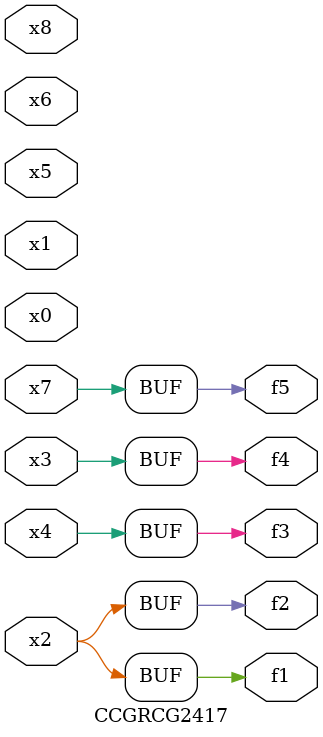
<source format=v>
module CCGRCG2417(
	input x0, x1, x2, x3, x4, x5, x6, x7, x8,
	output f1, f2, f3, f4, f5
);
	assign f1 = x2;
	assign f2 = x2;
	assign f3 = x4;
	assign f4 = x3;
	assign f5 = x7;
endmodule

</source>
